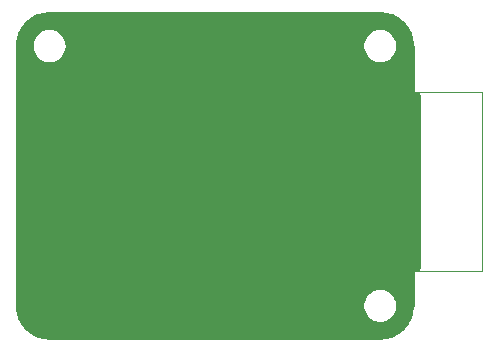
<source format=gbr>
%TF.GenerationSoftware,KiCad,Pcbnew,8.0.0*%
%TF.CreationDate,2024-03-10T12:34:58+00:00*%
%TF.ProjectId,MoveCritic_FBTM_RF,4d6f7665-4372-4697-9469-635f4642544d,rev?*%
%TF.SameCoordinates,PX7ee4219PY616af6f*%
%TF.FileFunction,Copper,L3,Inr*%
%TF.FilePolarity,Positive*%
%FSLAX46Y46*%
G04 Gerber Fmt 4.6, Leading zero omitted, Abs format (unit mm)*
G04 Created by KiCad (PCBNEW 8.0.0) date 2024-03-10 12:34:58*
%MOMM*%
%LPD*%
G01*
G04 APERTURE LIST*
%TA.AperFunction,ViaPad*%
%ADD10C,0.700000*%
%TD*%
%TA.AperFunction,ViaPad*%
%ADD11C,0.800000*%
%TD*%
%TA.AperFunction,ViaPad*%
%ADD12C,0.500000*%
%TD*%
%TA.AperFunction,Profile*%
%ADD13C,0.100000*%
%TD*%
G04 APERTURE END LIST*
D10*
%TO.N,GND*%
X13000000Y12000000D03*
X29000000Y26000000D03*
X15000000Y24000000D03*
X3000000Y18000000D03*
X17000000Y10000000D03*
X11000000Y26000000D03*
X27000000Y14000000D03*
X29000000Y6000000D03*
X11000000Y24000000D03*
X17000000Y14000000D03*
X1000000Y14000000D03*
X15000000Y8000000D03*
X25000000Y14000000D03*
X1000000Y4000000D03*
X11000000Y4000000D03*
X13000000Y16000000D03*
X19000000Y12000000D03*
X1000000Y22000000D03*
X17000000Y2000000D03*
X9000000Y8000000D03*
X19000000Y14000000D03*
X27000000Y4000000D03*
X7000000Y16000000D03*
X23000000Y2000000D03*
X25000000Y2000000D03*
X19000000Y10000000D03*
D11*
X29000000Y20000000D03*
D10*
X15000000Y10000000D03*
X5000000Y6000000D03*
X11000000Y6000000D03*
X15000000Y18000000D03*
X9000000Y18000000D03*
X15000000Y16000000D03*
X17000000Y24000000D03*
X3000000Y20000000D03*
X11000000Y20000000D03*
X23000000Y6000000D03*
X13000000Y26000000D03*
X13000000Y22000000D03*
X17000000Y26000000D03*
X21000000Y2000000D03*
X5000000Y4000000D03*
X25000000Y8000000D03*
X3000000Y12000000D03*
X7000000Y20000000D03*
X25000000Y24000000D03*
X5000000Y22000000D03*
X25000000Y4000000D03*
X3000000Y10000000D03*
X23000000Y14000000D03*
X11000000Y14000000D03*
X27000000Y24000000D03*
X31000000Y22000000D03*
X9000000Y16000000D03*
X3000000Y4000000D03*
X27000000Y6000000D03*
X7000000Y22000000D03*
X21000000Y4000000D03*
X21000000Y14000000D03*
X13000000Y10000000D03*
X9000000Y24000000D03*
X29000000Y10000000D03*
X9000000Y12000000D03*
X25000000Y22000000D03*
X11000000Y16000000D03*
X7000000Y2000000D03*
X9000000Y2000000D03*
X19000000Y8000000D03*
X15000000Y14000000D03*
X21000000Y26000000D03*
X5000000Y20000000D03*
X9000000Y6000000D03*
X3000000Y6000000D03*
X23000000Y8000000D03*
X23000000Y26000000D03*
X13000000Y20000000D03*
X9000000Y14000000D03*
X17000000Y12000000D03*
X7000000Y24000000D03*
X1000000Y10000000D03*
X29000000Y4000000D03*
X5000000Y16000000D03*
X1000000Y2000000D03*
X1000000Y18000000D03*
X19000000Y22000000D03*
X27000000Y8000000D03*
X17000000Y22000000D03*
X31350001Y18819998D03*
X17000000Y20000000D03*
X11000000Y2000000D03*
X11000000Y12000000D03*
X5000000Y10000000D03*
X21000000Y8000000D03*
X17000000Y6000000D03*
X5000000Y8000000D03*
X1000000Y20000000D03*
D11*
X25000000Y20000000D03*
D10*
X17000000Y18000000D03*
X7000000Y14000000D03*
X27000000Y22000000D03*
X7000000Y18000000D03*
X13000000Y2000000D03*
X5000000Y18000000D03*
X3000000Y2000000D03*
X11000000Y8000000D03*
X7000000Y4000000D03*
X21000000Y22000000D03*
X25000000Y12000000D03*
X27000000Y12000000D03*
X29000000Y22000000D03*
X1000000Y16000000D03*
X7000000Y6000000D03*
X13000000Y14000000D03*
D11*
X23000000Y20000000D03*
D10*
X27000000Y10000000D03*
X1000000Y8000000D03*
X17000000Y4000000D03*
X13000000Y8000000D03*
X29000000Y12000000D03*
X19000000Y4000000D03*
X17000000Y16000000D03*
X9000000Y22000000D03*
X13000000Y18000000D03*
X23000000Y12000000D03*
X31000000Y8000000D03*
X11000000Y18000000D03*
X23000000Y10000000D03*
X15000000Y12000000D03*
X15000000Y26000000D03*
X5000000Y14000000D03*
X13000000Y6000000D03*
X13000000Y4000000D03*
X15000000Y22000000D03*
X25000000Y10000000D03*
X13000000Y24000000D03*
X3000000Y14000000D03*
X1000000Y12000000D03*
X19000000Y6000000D03*
X3000000Y8000000D03*
X26740000Y16219998D03*
X9000000Y20000000D03*
X23000000Y24000000D03*
X29770001Y16189999D03*
X11000000Y10000000D03*
X31350000Y16970000D03*
X15000000Y4000000D03*
X21000000Y12000000D03*
X19000000Y24000000D03*
X21000000Y10000000D03*
X5000000Y2000000D03*
X29000000Y8000000D03*
X7000000Y12000000D03*
X9000000Y10000000D03*
X5000000Y12000000D03*
X23000000Y4000000D03*
X21000000Y24000000D03*
X3000000Y22000000D03*
X31000000Y14000000D03*
X29000000Y14000000D03*
X31000000Y12000000D03*
X9000000Y4000000D03*
X25000000Y6000000D03*
X3000000Y16000000D03*
X29000000Y2000000D03*
X19000000Y26000000D03*
X17000000Y8000000D03*
X23000000Y22000000D03*
X15000000Y2000000D03*
X9000000Y26000000D03*
X31000000Y6000000D03*
D11*
X27000000Y20000000D03*
D10*
X15000000Y6000000D03*
X19000000Y2000000D03*
X31000000Y10000000D03*
X15000000Y20000000D03*
X29000000Y24000000D03*
X1000000Y6000000D03*
X21000000Y6000000D03*
X11000000Y22000000D03*
X7000000Y10000000D03*
X5000000Y24000000D03*
D12*
X34070001Y19979999D03*
D10*
X7000000Y8000000D03*
%TD*%
%TA.AperFunction,Conductor*%
%TO.N,GND*%
G36*
X31244817Y27642690D02*
G01*
X31247032Y27642655D01*
X31258075Y27642315D01*
X31273700Y27641833D01*
X31278099Y27641564D01*
X31304728Y27639139D01*
X31306825Y27638916D01*
X31383099Y27629654D01*
X31385237Y27629362D01*
X31411834Y27625313D01*
X31416184Y27624517D01*
X31442500Y27618867D01*
X31444624Y27618377D01*
X31718258Y27550933D01*
X31720373Y27550377D01*
X31746230Y27543168D01*
X31750496Y27541839D01*
X31775899Y27533073D01*
X31778001Y27532312D01*
X32041428Y27432407D01*
X32043496Y27431587D01*
X32068327Y27421302D01*
X32072352Y27419490D01*
X32096549Y27407709D01*
X32098466Y27406740D01*
X32347822Y27275867D01*
X32348020Y27275763D01*
X32349982Y27274694D01*
X32373328Y27261527D01*
X32377154Y27259215D01*
X32399708Y27244633D01*
X32401567Y27243391D01*
X32633438Y27083342D01*
X32635257Y27082045D01*
X32656898Y27066122D01*
X32660408Y27063372D01*
X32681044Y27046174D01*
X32682723Y27044732D01*
X32893624Y26857889D01*
X32895271Y26856385D01*
X32914829Y26837974D01*
X32917982Y26834821D01*
X32936381Y26815275D01*
X32937888Y26813625D01*
X33124732Y26602722D01*
X33126190Y26601025D01*
X33143368Y26580412D01*
X33146123Y26576896D01*
X33162040Y26555265D01*
X33163338Y26553444D01*
X33323391Y26321567D01*
X33324633Y26319708D01*
X33339215Y26297154D01*
X33341527Y26293328D01*
X33354694Y26269982D01*
X33355763Y26268019D01*
X33486719Y26018503D01*
X33487726Y26016512D01*
X33499474Y25992387D01*
X33501310Y25988307D01*
X33511590Y25963488D01*
X33512414Y25961411D01*
X33612323Y25697971D01*
X33613063Y25695929D01*
X33621829Y25670526D01*
X33621835Y25670508D01*
X33623163Y25666245D01*
X33630376Y25640374D01*
X33630945Y25638209D01*
X33698371Y25364645D01*
X33698873Y25362468D01*
X33704510Y25336210D01*
X33705315Y25331815D01*
X33709355Y25305276D01*
X33709658Y25303059D01*
X33744088Y25019502D01*
X33744299Y25017556D01*
X33746517Y24994126D01*
X33746782Y24990227D01*
X33747757Y24966781D01*
X33747813Y24964823D01*
X33749943Y24823775D01*
X33749946Y24823499D01*
X33749983Y24820244D01*
X33749987Y24819682D01*
X33749999Y24816504D01*
X33750000Y24816225D01*
X33750001Y20961250D01*
X33750002Y20961249D01*
X33759154Y20939153D01*
X33759155Y20939152D01*
X33781252Y20929999D01*
X33812498Y20930000D01*
X34057749Y20930000D01*
X34072187Y20928579D01*
X34147230Y20913649D01*
X34173907Y20902596D01*
X34231339Y20864210D01*
X34251754Y20843788D01*
X34290119Y20786342D01*
X34301164Y20759659D01*
X34316067Y20684612D01*
X34317484Y20670171D01*
X34312184Y5980832D01*
X34310757Y5966399D01*
X34296486Y5894775D01*
X34285433Y5868109D01*
X34248969Y5813563D01*
X34228554Y5793155D01*
X34174000Y5756713D01*
X34147329Y5745668D01*
X34116448Y5739527D01*
X34075692Y5731422D01*
X34061261Y5730001D01*
X33787502Y5730001D01*
X33787501Y5730000D01*
X33760985Y5719017D01*
X33760984Y5719015D01*
X33750002Y5692503D01*
X33750002Y2823773D01*
X33750001Y2823493D01*
X33749989Y2820316D01*
X33749985Y2819754D01*
X33749948Y2816501D01*
X33749945Y2816226D01*
X33747815Y2675170D01*
X33747759Y2673214D01*
X33746785Y2649776D01*
X33746520Y2645875D01*
X33744302Y2622444D01*
X33744091Y2620498D01*
X33709661Y2336936D01*
X33709358Y2334720D01*
X33705319Y2308186D01*
X33704514Y2303791D01*
X33698877Y2277531D01*
X33698375Y2275353D01*
X33630945Y2001780D01*
X33630378Y1999620D01*
X33623171Y1973764D01*
X33621845Y1969512D01*
X33613077Y1944102D01*
X33612326Y1942029D01*
X33512417Y1678588D01*
X33511593Y1676511D01*
X33501313Y1651692D01*
X33499477Y1647612D01*
X33487729Y1623487D01*
X33486722Y1621495D01*
X33355780Y1372006D01*
X33354710Y1370042D01*
X33341519Y1346655D01*
X33339209Y1342832D01*
X33324636Y1320291D01*
X33323393Y1318431D01*
X33163344Y1086560D01*
X33162046Y1084740D01*
X33146128Y1063107D01*
X33143372Y1059588D01*
X33126180Y1038959D01*
X33124723Y1037264D01*
X32937891Y826373D01*
X32936384Y824723D01*
X32917985Y805177D01*
X32914823Y802015D01*
X32895277Y783616D01*
X32893627Y782109D01*
X32682725Y595265D01*
X32681029Y593808D01*
X32660419Y576632D01*
X32656900Y573875D01*
X32635259Y557952D01*
X32633440Y556655D01*
X32401569Y396606D01*
X32399709Y395363D01*
X32377168Y380790D01*
X32373345Y378480D01*
X32349958Y365289D01*
X32347994Y364219D01*
X32098505Y233277D01*
X32096513Y232270D01*
X32072388Y220522D01*
X32068308Y218686D01*
X32043489Y208406D01*
X32041412Y207582D01*
X31777971Y107673D01*
X31775915Y106929D01*
X31750488Y98154D01*
X31746239Y96830D01*
X31742024Y95655D01*
X31720380Y89621D01*
X31718220Y89054D01*
X31444647Y21624D01*
X31442470Y21122D01*
X31416212Y15485D01*
X31411816Y14680D01*
X31385275Y10640D01*
X31383059Y10337D01*
X31099475Y-24096D01*
X31097531Y-24306D01*
X31074141Y-26521D01*
X31070235Y-26787D01*
X31046779Y-27761D01*
X31044825Y-27817D01*
X30903771Y-29945D01*
X30903497Y-29948D01*
X30900244Y-29985D01*
X30899808Y-29988D01*
X30896766Y-30000D01*
X30896480Y-30001D01*
X30896224Y-30001D01*
X2903889Y-30000D01*
X2903746Y-29941D01*
X2903606Y-29999D01*
X2900222Y-29986D01*
X2899728Y-29983D01*
X2896398Y-29948D01*
X2896398Y-29946D01*
X2896103Y-29944D01*
X2892965Y-29898D01*
X2755375Y-27904D01*
X2753408Y-27850D01*
X2729767Y-26878D01*
X2725845Y-26612D01*
X2702299Y-24387D01*
X2700341Y-24175D01*
X2416924Y10238D01*
X2414708Y10541D01*
X2388167Y14581D01*
X2383771Y15386D01*
X2357513Y21023D01*
X2355336Y21525D01*
X2081750Y88958D01*
X2079590Y89525D01*
X2069035Y92468D01*
X2053722Y96736D01*
X2049462Y98064D01*
X2024088Y106821D01*
X2021989Y107581D01*
X1758542Y207492D01*
X1756486Y208307D01*
X1731638Y218599D01*
X1727583Y220424D01*
X1727382Y220522D01*
X1703430Y232184D01*
X1701469Y233175D01*
X1572662Y300780D01*
X1451926Y364147D01*
X1449964Y365216D01*
X1426618Y378383D01*
X1422792Y380695D01*
X1400238Y395277D01*
X1398379Y396519D01*
X1166498Y556575D01*
X1164678Y557873D01*
X1143045Y573791D01*
X1139526Y576547D01*
X1118897Y593739D01*
X1117202Y595196D01*
X906301Y782037D01*
X904651Y783544D01*
X904575Y783616D01*
X885096Y801952D01*
X881952Y805096D01*
X863541Y824654D01*
X862037Y826301D01*
X675185Y1037213D01*
X673747Y1038886D01*
X656545Y1059528D01*
X653794Y1063039D01*
X637877Y1084670D01*
X636579Y1086491D01*
X636531Y1086560D01*
X476510Y1318391D01*
X475277Y1320237D01*
X460695Y1342791D01*
X458383Y1346617D01*
X445216Y1369963D01*
X444147Y1371925D01*
X313162Y1621495D01*
X312195Y1623408D01*
X300410Y1647612D01*
X298602Y1651630D01*
X288297Y1676511D01*
X287497Y1678529D01*
X245262Y1789893D01*
X187559Y1942043D01*
X186844Y1944019D01*
X178054Y1969492D01*
X176736Y1973724D01*
X169523Y1999595D01*
X168967Y2001710D01*
X101521Y2275353D01*
X101024Y2277512D01*
X95387Y2303769D01*
X94584Y2308149D01*
X90535Y2334746D01*
X90243Y2336883D01*
X55820Y2620382D01*
X55617Y2622258D01*
X53387Y2645857D01*
X53122Y2649766D01*
X52150Y2673407D01*
X52096Y2675375D01*
X51541Y2713711D01*
X29549501Y2713711D01*
X29582754Y2503759D01*
X29582757Y2503746D01*
X29648441Y2301593D01*
X29744949Y2112183D01*
X29821476Y2006853D01*
X29869897Y1940207D01*
X30020209Y1789895D01*
X30115657Y1720548D01*
X30192184Y1664948D01*
X30273557Y1623487D01*
X30381589Y1568442D01*
X30381591Y1568442D01*
X30381594Y1568440D01*
X30583747Y1502756D01*
X30583753Y1502755D01*
X30583758Y1502753D01*
X30688736Y1486126D01*
X30793712Y1469499D01*
X30793714Y1469499D01*
X31006290Y1469499D01*
X31090270Y1482801D01*
X31216244Y1502753D01*
X31216251Y1502756D01*
X31216254Y1502756D01*
X31418407Y1568440D01*
X31418407Y1568441D01*
X31418413Y1568442D01*
X31607817Y1664948D01*
X31779793Y1789895D01*
X31930105Y1940207D01*
X32055052Y2112183D01*
X32151558Y2301587D01*
X32162332Y2334746D01*
X32217244Y2503746D01*
X32217244Y2503749D01*
X32217247Y2503756D01*
X32250501Y2713712D01*
X32250501Y2926286D01*
X32217247Y3136242D01*
X32217245Y3136247D01*
X32217244Y3136253D01*
X32151560Y3338406D01*
X32151558Y3338409D01*
X32151558Y3338411D01*
X32101566Y3436525D01*
X32055052Y3527816D01*
X31999452Y3604343D01*
X31930105Y3699791D01*
X31779793Y3850103D01*
X31713147Y3898524D01*
X31607817Y3975051D01*
X31418407Y4071559D01*
X31216254Y4137243D01*
X31216241Y4137246D01*
X31006290Y4170499D01*
X31006288Y4170499D01*
X30793714Y4170499D01*
X30793712Y4170499D01*
X30583760Y4137246D01*
X30583747Y4137243D01*
X30381594Y4071559D01*
X30192184Y3975051D01*
X30020213Y3850106D01*
X30020209Y3850103D01*
X29869897Y3699791D01*
X29869894Y3699788D01*
X29869894Y3699787D01*
X29744949Y3527816D01*
X29648441Y3338406D01*
X29582757Y3136253D01*
X29582754Y3136240D01*
X29549501Y2926288D01*
X29549501Y2713711D01*
X51541Y2713711D01*
X50055Y2816271D01*
X50051Y2816547D01*
X50017Y2819709D01*
X50013Y2820243D01*
X50001Y2823626D01*
X50001Y24713712D01*
X1549500Y24713712D01*
X1582753Y24503760D01*
X1582756Y24503747D01*
X1648440Y24301594D01*
X1744948Y24112184D01*
X1821475Y24006854D01*
X1869896Y23940208D01*
X2020208Y23789896D01*
X2115656Y23720549D01*
X2192183Y23664949D01*
X2283474Y23618435D01*
X2381588Y23568443D01*
X2381590Y23568443D01*
X2381593Y23568441D01*
X2583746Y23502757D01*
X2583752Y23502756D01*
X2583757Y23502754D01*
X2688735Y23486127D01*
X2793711Y23469500D01*
X2793713Y23469500D01*
X3006289Y23469500D01*
X3090269Y23482802D01*
X3216243Y23502754D01*
X3216250Y23502757D01*
X3216253Y23502757D01*
X3418406Y23568441D01*
X3418406Y23568442D01*
X3418412Y23568443D01*
X3607816Y23664949D01*
X3779792Y23789896D01*
X3930104Y23940208D01*
X4055051Y24112184D01*
X4151557Y24301588D01*
X4151559Y24301594D01*
X4217243Y24503747D01*
X4217243Y24503750D01*
X4217246Y24503757D01*
X4250500Y24713711D01*
X29549501Y24713711D01*
X29582754Y24503759D01*
X29582757Y24503746D01*
X29648441Y24301593D01*
X29744949Y24112183D01*
X29821476Y24006853D01*
X29869897Y23940207D01*
X30020209Y23789895D01*
X30115657Y23720548D01*
X30192184Y23664948D01*
X30283475Y23618434D01*
X30381589Y23568442D01*
X30381591Y23568442D01*
X30381594Y23568440D01*
X30583747Y23502756D01*
X30583753Y23502755D01*
X30583758Y23502753D01*
X30688736Y23486126D01*
X30793712Y23469499D01*
X30793714Y23469499D01*
X31006290Y23469499D01*
X31090270Y23482801D01*
X31216244Y23502753D01*
X31216251Y23502756D01*
X31216254Y23502756D01*
X31418407Y23568440D01*
X31418407Y23568441D01*
X31418413Y23568442D01*
X31607817Y23664948D01*
X31779793Y23789895D01*
X31930105Y23940207D01*
X32055052Y24112183D01*
X32151558Y24301587D01*
X32217247Y24503756D01*
X32250501Y24713712D01*
X32250501Y24926286D01*
X32217247Y25136242D01*
X32217245Y25136247D01*
X32217244Y25136253D01*
X32151560Y25338406D01*
X32151558Y25338409D01*
X32151558Y25338411D01*
X32101566Y25436525D01*
X32055052Y25527816D01*
X31999452Y25604343D01*
X31930105Y25699791D01*
X31779793Y25850103D01*
X31713147Y25898524D01*
X31607817Y25975051D01*
X31418407Y26071559D01*
X31216254Y26137243D01*
X31216241Y26137246D01*
X31006290Y26170499D01*
X31006288Y26170499D01*
X30793714Y26170499D01*
X30793712Y26170499D01*
X30583760Y26137246D01*
X30583747Y26137243D01*
X30381594Y26071559D01*
X30192184Y25975051D01*
X30020213Y25850106D01*
X30020209Y25850103D01*
X29869897Y25699791D01*
X29869894Y25699788D01*
X29869894Y25699787D01*
X29744949Y25527816D01*
X29648441Y25338406D01*
X29582757Y25136253D01*
X29582754Y25136240D01*
X29549501Y24926288D01*
X29549501Y24713711D01*
X4250500Y24713711D01*
X4250500Y24713713D01*
X4250500Y24926287D01*
X4244396Y24964823D01*
X4217246Y25136241D01*
X4217243Y25136254D01*
X4151559Y25338407D01*
X4151557Y25338411D01*
X4151557Y25338412D01*
X4055052Y25527815D01*
X4055051Y25527817D01*
X3954466Y25666260D01*
X3930104Y25699792D01*
X3779792Y25850104D01*
X3713146Y25898525D01*
X3607816Y25975052D01*
X3418406Y26071560D01*
X3216253Y26137244D01*
X3216240Y26137247D01*
X3006289Y26170500D01*
X3006287Y26170500D01*
X2793713Y26170500D01*
X2793711Y26170500D01*
X2583759Y26137247D01*
X2583746Y26137244D01*
X2381593Y26071560D01*
X2192183Y25975052D01*
X2020212Y25850107D01*
X2020208Y25850104D01*
X1869896Y25699792D01*
X1869893Y25699789D01*
X1869893Y25699788D01*
X1744948Y25527817D01*
X1648440Y25338407D01*
X1582756Y25136254D01*
X1582753Y25136241D01*
X1549500Y24926289D01*
X1549500Y24713712D01*
X50001Y24713712D01*
X50001Y24816365D01*
X50001Y24816627D01*
X50014Y24819999D01*
X50054Y24823623D01*
X52097Y24964651D01*
X52151Y24966592D01*
X53123Y24990231D01*
X53389Y24994155D01*
X55615Y25017705D01*
X55827Y25019661D01*
X69982Y25136241D01*
X90245Y25303125D01*
X90540Y25305276D01*
X94586Y25331856D01*
X95388Y25336230D01*
X95856Y25338407D01*
X101025Y25362487D01*
X101526Y25364663D01*
X141739Y25527816D01*
X168972Y25638304D01*
X169524Y25640403D01*
X176733Y25666260D01*
X178062Y25670526D01*
X186828Y25695929D01*
X187589Y25698031D01*
X188255Y25699788D01*
X287505Y25961489D01*
X288309Y25963514D01*
X298608Y25988380D01*
X300412Y25992387D01*
X312209Y26016617D01*
X313151Y26018481D01*
X444166Y26268107D01*
X445197Y26270000D01*
X458394Y26293399D01*
X460685Y26297190D01*
X475307Y26319806D01*
X476491Y26321577D01*
X636592Y26553524D01*
X637873Y26555320D01*
X642694Y26561874D01*
X653803Y26576971D01*
X656533Y26580455D01*
X673772Y26601141D01*
X675143Y26602737D01*
X862068Y26813731D01*
X863511Y26815311D01*
X881969Y26834919D01*
X885080Y26838030D01*
X904688Y26856488D01*
X906268Y26857931D01*
X1117263Y27044856D01*
X1118854Y27046223D01*
X1139545Y27063466D01*
X1143021Y27066190D01*
X1164713Y27082152D01*
X1166448Y27083389D01*
X1398422Y27243508D01*
X1400193Y27244692D01*
X1422800Y27259309D01*
X1426595Y27261602D01*
X1450016Y27274812D01*
X1451932Y27275855D01*
X1701500Y27406837D01*
X1703404Y27407799D01*
X1727582Y27419572D01*
X1731635Y27421397D01*
X1756509Y27431700D01*
X1758495Y27432487D01*
X2022065Y27532446D01*
X2023978Y27533139D01*
X2049514Y27541951D01*
X2053692Y27543253D01*
X2079647Y27550489D01*
X2081709Y27551030D01*
X2355407Y27618491D01*
X2357465Y27618965D01*
X2383793Y27624617D01*
X2388137Y27625412D01*
X2414772Y27629467D01*
X2416866Y27629753D01*
X2722542Y27666867D01*
X2724427Y27667071D01*
X2725837Y27667205D01*
X2729685Y27667466D01*
X2731077Y27667523D01*
X2733215Y27667578D01*
X2736057Y27667608D01*
X2736535Y27667611D01*
X2737160Y27667613D01*
X2740074Y27667622D01*
X31244817Y27642690D01*
G37*
%TD.AperFunction*%
%TD*%
D13*
X33750002Y2819999D02*
X33750002Y5729999D01*
X2900001Y-30000D02*
X30900001Y-30002D01*
X33750002Y5729999D02*
X33822501Y5730000D01*
X33750002Y2819999D02*
G75*
G02*
X30900001Y-30004I-2850003J0D01*
G01*
X30900001Y27669999D02*
G75*
G02*
X33749999Y24820000I-2J-2850000D01*
G01*
X33750000Y24820000D02*
X33750002Y20929999D01*
X2900001Y-30000D02*
G75*
G02*
X50000Y2819999I-2J2849999D01*
G01*
X50001Y24819999D02*
X50001Y2819999D01*
X33750002Y20929999D02*
X33812502Y20930000D01*
X50001Y24819999D02*
G75*
G02*
X2900000Y27669997I2849998J0D01*
G01*
X30900001Y27669999D02*
X2900000Y27669998D01*
%TO.C,AE1*%
X39515001Y20930001D02*
X33815001Y20930001D01*
X39515001Y20930001D02*
X39525001Y5730001D01*
X39525001Y5730001D02*
X33825001Y5730001D01*
%TD*%
M02*

</source>
